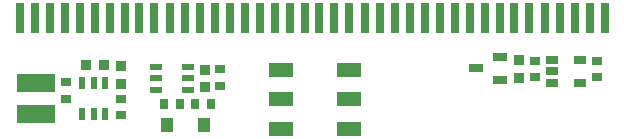
<source format=gtp>
%TF.GenerationSoftware,KiCad,Pcbnew,9.0.0*%
%TF.CreationDate,2025-04-22T14:32:57+01:00*%
%TF.ProjectId,vm_jacdaptor_0.2,766d5f6a-6163-4646-9170-746f725f302e,v0.2*%
%TF.SameCoordinates,PX58b1140PY3fe56c0*%
%TF.FileFunction,Paste,Top*%
%TF.FilePolarity,Positive*%
%FSLAX45Y45*%
G04 Gerber Fmt 4.5, Leading zero omitted, Abs format (unit mm)*
G04 Created by KiCad (PCBNEW 9.0.0) date 2025-04-22 14:32:57*
%MOMM*%
%LPD*%
G01*
G04 APERTURE LIST*
%ADD10R,0.860000X0.810000*%
%ADD11R,0.800000X0.900000*%
%ADD12R,1.000000X0.700000*%
%ADD13R,0.900000X0.800000*%
%ADD14R,0.810000X0.860000*%
%ADD15R,3.320000X1.500000*%
%ADD16R,1.100000X0.600000*%
%ADD17R,0.600000X1.100000*%
%ADD18R,2.000000X1.200000*%
%ADD19R,0.800000X2.500000*%
%ADD20R,1.000000X1.200000*%
%ADD21R,1.250000X0.700000*%
G04 APERTURE END LIST*
D10*
%TO.C,R4*%
X1750000Y-385000D03*
X1750000Y-535000D03*
%TD*%
%TO.C,R1*%
X-1620000Y-585000D03*
X-1620000Y-435000D03*
%TD*%
D11*
%TO.C,C7*%
X-1255000Y-760000D03*
X-1115000Y-760000D03*
%TD*%
D12*
%TO.C,U2*%
X2030000Y-385000D03*
X2030000Y-480000D03*
X2030000Y-575000D03*
X2270000Y-575000D03*
X2270000Y-385000D03*
%TD*%
D13*
%TO.C,C2*%
X-1620000Y-710000D03*
X-1620000Y-850000D03*
%TD*%
D14*
%TO.C,R2*%
X-1765000Y-425000D03*
X-1915000Y-425000D03*
%TD*%
D15*
%TO.C,L1*%
X-2340000Y-577000D03*
X-2340000Y-843000D03*
%TD*%
D13*
%TO.C,C1*%
X-2080000Y-570000D03*
X-2080000Y-710000D03*
%TD*%
%TO.C,C6*%
X1890000Y-390000D03*
X1890000Y-530000D03*
%TD*%
D16*
%TO.C,U3*%
X-1050000Y-635000D03*
X-1050000Y-540000D03*
X-1050000Y-445000D03*
X-1320000Y-445000D03*
X-1320000Y-540000D03*
X-1320000Y-635000D03*
%TD*%
D13*
%TO.C,C5*%
X2410000Y-390000D03*
X2410000Y-530000D03*
%TD*%
D10*
%TO.C,R3*%
X-905000Y-615000D03*
X-905000Y-465000D03*
%TD*%
D11*
%TO.C,C3*%
X-855000Y-760000D03*
X-995000Y-760000D03*
%TD*%
D17*
%TO.C,U1*%
X-1945000Y-845000D03*
X-1850000Y-845000D03*
X-1755000Y-845000D03*
X-1755000Y-575000D03*
X-1850000Y-575000D03*
X-1945000Y-575000D03*
%TD*%
D18*
%TO.C,SW1*%
X-260000Y-964500D03*
X-260000Y-714500D03*
X-260000Y-464500D03*
X310000Y-964500D03*
X310000Y-714500D03*
X310000Y-464500D03*
%TD*%
D19*
%TO.C,J1*%
X-2476000Y-26000D03*
X-2349000Y-26000D03*
X-2222000Y-26000D03*
X-2095000Y-26000D03*
X-1968000Y-26000D03*
X-1841000Y-26000D03*
X-1714000Y-26000D03*
X-1587000Y-26000D03*
X-1461000Y-26000D03*
X-1334000Y-26000D03*
X-1206000Y-26000D03*
X-1079000Y-26000D03*
X-952000Y-26000D03*
X-825000Y-26000D03*
X-698000Y-26000D03*
X-571000Y-26000D03*
X-444000Y-26000D03*
X-317000Y-26000D03*
X-190000Y-26000D03*
X-63000Y-26000D03*
X63000Y-26000D03*
X190000Y-26000D03*
X317000Y-26000D03*
X445000Y-26000D03*
X572000Y-26000D03*
X699000Y-26000D03*
X826000Y-26000D03*
X953000Y-26000D03*
X1080000Y-26000D03*
X1207000Y-26000D03*
X1334000Y-26000D03*
X1461000Y-26000D03*
X1588000Y-26000D03*
X1714000Y-26000D03*
X1841000Y-26000D03*
X1969000Y-26000D03*
X2096000Y-26000D03*
X2223000Y-26000D03*
X2350000Y-26000D03*
X2477000Y-26000D03*
%TD*%
D13*
%TO.C,C4*%
X-775000Y-460000D03*
X-775000Y-600000D03*
%TD*%
D20*
%TO.C,D2*%
X-915000Y-930000D03*
X-1225000Y-930000D03*
%TD*%
D21*
%TO.C,D1*%
X1590000Y-550000D03*
X1590000Y-360000D03*
X1390000Y-455000D03*
%TD*%
M02*

</source>
